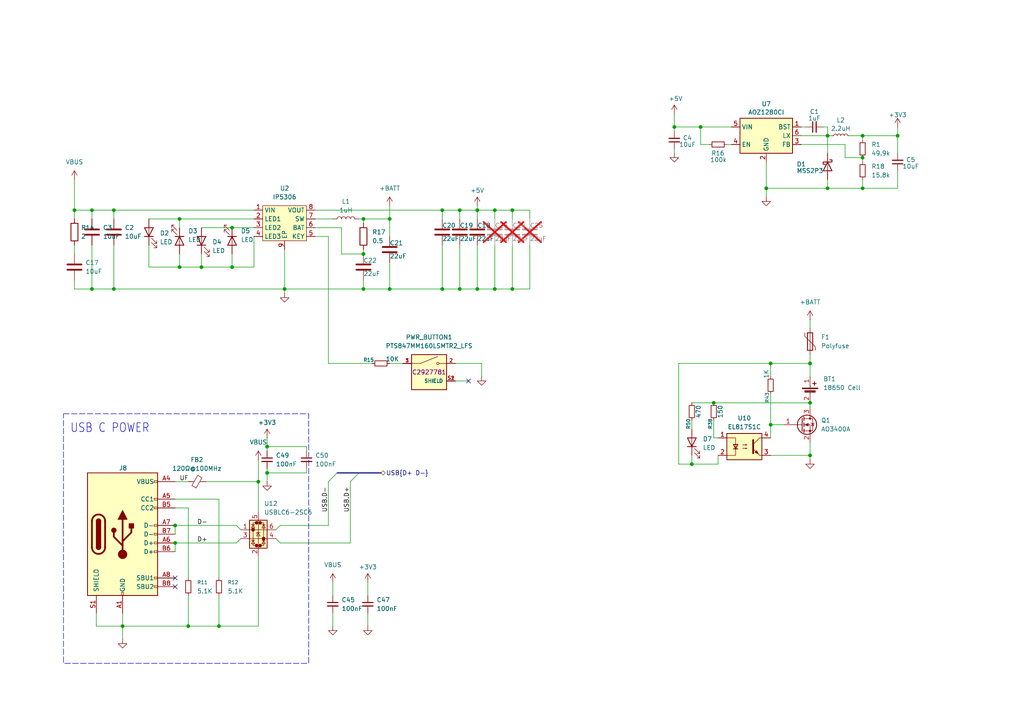
<source format=kicad_sch>
(kicad_sch (version 20250114) (generator "eeschema") (generator_version "9.0")
  (paper "A4")
  (lib_symbols
    (symbol "BH-18650-B1BA002:BH-18650-B1BA002" (pin_names (offset 1.016))
      (property "Reference" "BT" (at -3.81 3.81 0))
      (property "Value" "BH-18650-B1BA002" (at -3.81 -5.08 0))
      (symbol "BH-18650-B1BA002_1_1"
        (pin passive line (at 0 3.81 270) (length 2.54) (name "+") (number "1"))
        (pin passive line (at 0 -3.81 90) (length 2.54) (name "-") (number "2"))
      )
    )
    (symbol "Connector:USB_C_Receptacle_USB2.0_16P" (pin_names (offset 1.016))
      (property "Reference" "J" (at 0 22.225 0))
      (property "Value" "USB_C_Receptacle_USB2.0_16P" (at 0 19.685 0))
      (symbol "USB_C_Receptacle_USB2.0_16P_1_1"
        (pin passive line (at -7.62 -22.86 90) (length 5.08) (name "SHIELD") (number "S1"))
        (pin passive line (at 0 -22.86 90) (length 5.08) (name "GND") (number "A1"))
        (pin passive line (at 0 -22.86 90) (length 5.08) (hide yes) (name "GND") (number "A12"))
        (pin passive line (at 0 -22.86 90) (length 5.08) (hide yes) (name "GND") (number "B1"))
        (pin passive line (at 0 -22.86 90) (length 5.08) (hide yes) (name "GND") (number "B12"))
        (pin passive line (at 15.24 15.24 180) (length 5.08) (name "VBUS") (number "A4"))
        (pin passive line (at 15.24 15.24 180) (length 5.08) (hide yes) (name "VBUS") (number "A9"))
        (pin passive line (at 15.24 15.24 180) (length 5.08) (hide yes) (name "VBUS") (number "B4"))
        (pin passive line (at 15.24 15.24 180) (length 5.08) (hide yes) (name "VBUS") (number "B9"))
        (pin bidirectional line (at 15.24 10.16 180) (length 5.08) (name "CC1") (number "A5"))
        (pin bidirectional line (at 15.24 7.62 180) (length 5.08) (name "CC2") (number "B5"))
        (pin bidirectional line (at 15.24 2.54 180) (length 5.08) (name "D-") (number "A7"))
        (pin bidirectional line (at 15.24 0 180) (length 5.08) (name "D-") (number "B7"))
        (pin bidirectional line (at 15.24 -2.54 180) (length 5.08) (name "D+") (number "A6"))
        (pin bidirectional line (at 15.24 -5.08 180) (length 5.08) (name "D+") (number "B6"))
        (pin bidirectional line (at 15.24 -12.7 180) (length 5.08) (name "SBU1") (number "A8"))
        (pin bidirectional line (at 15.24 -15.24 180) (length 5.08) (name "SBU2") (number "B8"))
      )
    )
    (symbol "Device:C" (pin_numbers (hide yes)) (pin_names (offset 0.254))
      (property "Reference" "C" (at 0.635 2.54 0))
      (property "Value" "C" (at 0.635 -2.54 0))
      (symbol "C_1_1"
        (pin passive line (at 0 3.81 270) (length 2.794) (name "~") (number "1"))
        (pin passive line (at 0 -3.81 90) (length 2.794) (name "~") (number "2"))
      )
    )
    (symbol "Device:C_Small" (pin_numbers (hide yes)) (pin_names (offset 0.254) (hide yes))
      (property "Reference" "C" (at 0.254 1.778 0))
      (property "Value" "C_Small" (at 0.254 -2.032 0))
      (symbol "C_Small_1_1"
        (pin passive line (at 0 2.54 270) (length 2.032) (name "~") (number "1"))
        (pin passive line (at 0 -2.54 90) (length 2.032) (name "~") (number "2"))
      )
    )
    (symbol "Device:D_Schottky" (pin_numbers (hide yes)) (pin_names (offset 1.016) (hide yes))
      (property "Reference" "D" (at 0 2.54 0))
      (property "Value" "D_Schottky" (at 0 -2.54 0))
      (symbol "D_Schottky_1_1"
        (pin passive line (at -3.81 0 0) (length 2.54) (name "K") (number "1"))
        (pin passive line (at 3.81 0 180) (length 2.54) (name "A") (number "2"))
      )
    )
    (symbol "Device:FerriteBead_Small" (pin_numbers (hide yes)) (pin_names (offset 0))
      (property "Reference" "FB" (at 1.905 1.27 0))
      (property "Value" "FerriteBead_Small" (at 1.905 -1.27 0))
      (symbol "FerriteBead_Small_1_1"
        (pin passive line (at 0 2.54 270) (length 1.27) (name "~") (number "1"))
        (pin passive line (at 0 -2.54 90) (length 1.27) (name "~") (number "2"))
      )
    )
    (symbol "Device:L" (pin_numbers (hide yes)) (pin_names (offset 1.016) (hide yes))
      (property "Reference" "L" (at -1.27 0 90))
      (property "Value" "L" (at 1.905 0 90))
      (symbol "L_1_1"
        (pin passive line (at 0 3.81 270) (length 1.27) (name "1") (number "1"))
        (pin passive line (at 0 -3.81 90) (length 1.27) (name "2") (number "2"))
      )
    )
    (symbol "Device:LED" (pin_numbers (hide yes)) (pin_names (offset 1.016) (hide yes))
      (property "Reference" "D" (at 0 2.54 0))
      (property "Value" "LED" (at 0 -2.54 0))
      (symbol "LED_1_1"
        (pin passive line (at -3.81 0 0) (length 2.54) (name "K") (number "1"))
        (pin passive line (at 3.81 0 180) (length 2.54) (name "A") (number "2"))
      )
    )
    (symbol "Device:L_Small" (pin_numbers (hide yes)) (pin_names (offset 0.254) (hide yes))
      (property "Reference" "L" (at 0.762 1.016 0))
      (property "Value" "L_Small" (at 0.762 -1.016 0))
      (symbol "L_Small_1_1"
        (pin passive line (at 0 2.54 270) (length 0.508) (name "~") (number "1"))
        (pin passive line (at 0 -2.54 90) (length 0.508) (name "~") (number "2"))
      )
    )
    (symbol "Device:Polyfuse" (pin_numbers (hide yes)) (pin_names (offset 0))
      (property "Reference" "F" (at -2.54 0 90))
      (property "Value" "Polyfuse" (at 2.54 0 90))
      (symbol "Polyfuse_1_1"
        (pin passive line (at 0 3.81 270) (length 1.27) (name "~") (number "1"))
        (pin passive line (at 0 -3.81 90) (length 1.27) (name "~") (number "2"))
      )
    )
    (symbol "Device:R" (pin_numbers (hide yes)) (pin_names (offset 0))
      (property "Reference" "R" (at 2.032 0 90))
      (property "Value" "R" (at 0 0 90))
      (symbol "R_1_1"
        (pin passive line (at 0 3.81 270) (length 1.27) (name "~") (number "1"))
        (pin passive line (at 0 -3.81 90) (length 1.27) (name "~") (number "2"))
      )
    )
    (symbol "Device:R_Small" (pin_numbers (hide yes)) (pin_names (offset 0.254) (hide yes))
      (property "Reference" "R" (at 0 0 90))
      (property "Value" "R_Small" (at 1.778 0 90))
      (symbol "R_Small_1_1"
        (pin passive line (at 0 2.54 270) (length 0.762) (name "~") (number "1"))
        (pin passive line (at 0 -2.54 90) (length 0.762) (name "~") (number "2"))
      )
    )
    (symbol "IP5306:IP5306"
      (property "Reference" "U" (at -4.445 5.08 0))
      (property "Value" "IP5306" (at 3.175 5.08 0))
      (symbol "IP5306_1_1"
        (pin input line (at -8.89 2.54 0) (length 2.54) (name "VIN") (number "1"))
        (pin input line (at -8.89 0 0) (length 2.54) (name "LED1") (number "2"))
        (pin input line (at -8.89 -2.54 0) (length 2.54) (name "LED2") (number "3"))
        (pin input line (at -8.89 -5.08 0) (length 2.54) (name "LED3") (number "4"))
        (pin input line (at 0 -8.89 90) (length 2.54) (name "EP") (number "9"))
        (pin input line (at 8.89 2.54 180) (length 2.54) (name "VOUT") (number "8"))
        (pin input line (at 8.89 0 180) (length 2.54) (name "SW") (number "7"))
        (pin input line (at 8.89 -2.54 180) (length 2.54) (name "BAT") (number "6"))
        (pin input line (at 8.89 -5.08 180) (length 2.54) (name "KEY") (number "5"))
      )
    )
    (symbol "Isolator:EL817" (pin_names (offset 1.016))
      (property "Reference" "U" (at -5.08 5.08 0))
      (property "Value" "EL817" (at 0 5.08 0))
      (symbol "EL817_1_1"
        (pin passive line (at -7.62 2.54 0) (length 2.54) (name "~") (number "1"))
        (pin passive line (at -7.62 -2.54 0) (length 2.54) (name "~") (number "2"))
        (pin passive line (at 7.62 2.54 180) (length 2.54) (name "~") (number "4"))
        (pin passive line (at 7.62 -2.54 180) (length 2.54) (name "~") (number "3"))
      )
    )
    (symbol "PTS847MM160LSMTR2_LFS:PTS847MM160LSMTR2_LFS" (pin_names (offset 1.016))
      (property "Reference" "S" (at -5.08 5.969 0))
      (property "Value" "PTS847MM160LSMTR2_LFS" (at -5.08 -7.62 0))
      (symbol "PTS847MM160LSMTR2_LFS_0_0"
        (pin passive line (at -7.62 2.54 0) (length 2.54) (name "~") (number "1"))
        (pin passive line (at -7.62 2.54 0) (length 2.54) (name "~") (number "3"))
        (pin passive line (at 7.62 2.54 180) (length 2.54) (name "~") (number "2"))
        (pin passive line (at 7.62 -2.54 180) (length 2.54) (name "SHIELD") (number "S1"))
        (pin passive line (at 7.62 -2.54 180) (length 2.54) (name "SHIELD") (number "S2"))
      )
    )
    (symbol "Power_Protection:USBLC6-2SC6" (pin_names (hide yes))
      (property "Reference" "U" (at 0.635 5.715 0))
      (property "Value" "USBLC6-2SC6" (at 0.635 3.81 0))
      (symbol "USBLC6-2SC6_1_1"
        (pin passive line (at -5.08 0 0) (length 2.54) (name "I/O1") (number "1"))
        (pin passive line (at -5.08 -2.54 0) (length 2.54) (name "I/O2") (number "3"))
        (pin passive line (at 0 5.08 270) (length 2.54) (name "VBUS") (number "5"))
        (pin passive line (at 0 -7.62 90) (length 2.54) (name "GND") (number "2"))
        (pin passive line (at 5.08 0 180) (length 2.54) (name "I/O1") (number "6"))
        (pin passive line (at 5.08 -2.54 180) (length 2.54) (name "I/O2") (number "4"))
      )
    )
    (symbol "Regulator_Switching:AOZ1280CI"
      (property "Reference" "U" (at -6.35 -6.35 0))
      (property "Value" "AOZ1280CI" (at -2.54 6.35 0))
      (symbol "AOZ1280CI_1_1"
        (pin power_in line (at -10.16 2.54 0) (length 2.54) (name "VIN") (number "5"))
        (pin input line (at -10.16 -2.54 0) (length 2.54) (name "EN") (number "4"))
        (pin power_in line (at 0 -7.62 90) (length 2.54) (name "GND") (number "2"))
        (pin input line (at 10.16 2.54 180) (length 2.54) (name "BST") (number "1"))
        (pin power_out line (at 10.16 0 180) (length 2.54) (name "LX") (number "6"))
        (pin input line (at 10.16 -2.54 180) (length 2.54) (name "FB") (number "3"))
      )
    )
    (symbol "Transistor_FET:AO3400A" (pin_names (hide yes))
      (property "Reference" "Q" (at 5.08 1.905 0))
      (property "Value" "AO3400A" (at 5.08 0 0))
      (symbol "AO3400A_1_1"
        (pin input line (at -5.08 0 0) (length 2.54) (name "G") (number "1"))
        (pin passive line (at 2.54 5.08 270) (length 2.54) (name "D") (number "3"))
        (pin passive line (at 2.54 -5.08 90) (length 2.54) (name "S") (number "2"))
      )
    )
    (symbol "power:+3V3" (power) (pin_numbers (hide yes)) (pin_names (offset 0) (hide yes))
      (property "Value" "+3V3" (at 0 3.556 0))
      (symbol "+3V3_1_1"
        (pin power_in line (at 0 0 90) (length 0) (name "~") (number "1"))
      )
    )
    (symbol "power:+5V" (power) (pin_numbers (hide yes)) (pin_names (offset 0) (hide yes))
      (property "Value" "+5V" (at 0 3.556 0))
      (symbol "+5V_1_1"
        (pin power_in line (at 0 0 90) (length 0) (name "~") (number "1"))
      )
    )
    (symbol "power:+BATT" (power) (pin_numbers (hide yes)) (pin_names (offset 0) (hide yes))
      (property "Value" "+BATT" (at 0 3.556 0))
      (symbol "+BATT_1_1"
        (pin power_in line (at 0 0 90) (length 0) (name "~") (number "1"))
      )
    )
    (symbol "power:GND" (power) (pin_numbers (hide yes)) (pin_names (offset 0) (hide yes))
      (property "Value" "GND" (at 0 -3.81 0))
      (symbol "GND_1_1"
        (pin power_in line (at 0 0 270) (length 0) (name "~") (number "1"))
      )
    )
    (symbol "power:VBUS" (power) (pin_numbers (hide yes)) (pin_names (offset 0) (hide yes))
      (property "Value" "VBUS" (at 0 3.556 0))
      (symbol "VBUS_1_1"
        (pin power_in line (at 0 0 90) (length 0) (name "~") (number "1"))
      )
    )
  )
  (rectangle (start 18.415 120.015) (end 89.535 192.405) (stroke (width 0) (type dash)))
  (text "USB C POWER" (at 20.32 125.73 0) (effects (font (size 2.54 2.159)) (justify left bottom)))
  (junction (at 105.41 73.66))
  (junction (at 77.47 129.54))
  (junction (at 50.8 152.4))
  (junction (at 74.93 139.7))
  (junction (at 52.07 77.47))
  (junction (at 33.02 83.82))
  (junction (at 35.56 181.61))
  (junction (at 58.42 77.47))
  (junction (at 223.52 123.19))
  (junction (at 207.01 116.84))
  (junction (at 105.41 83.82))
  (junction (at 234.95 116.84))
  (junction (at 128.27 83.82))
  (junction (at 77.47 137.16))
  (junction (at 240.03 54.61))
  (junction (at 223.52 105.41))
  (junction (at 250.19 54.61))
  (junction (at 260.35 39.37))
  (junction (at 52.07 63.5))
  (junction (at 143.51 83.82))
  (junction (at 133.35 83.82))
  (junction (at 113.03 63.5))
  (junction (at 234.95 132.08))
  (junction (at 195.58 36.83))
  (junction (at 67.31 66.04))
  (junction (at 21.59 60.96))
  (junction (at 128.27 60.96))
  (junction (at 105.41 63.5))
  (junction (at 26.67 83.82))
  (junction (at 222.25 54.61))
  (junction (at 203.2 36.83))
  (junction (at 63.5 181.61))
  (junction (at 133.35 60.96))
  (junction (at 200.66 134.62))
  (junction (at 250.19 39.37))
  (junction (at 82.55 83.82))
  (junction (at 250.19 45.72))
  (junction (at 50.8 157.48))
  (junction (at 148.59 60.96))
  (junction (at 240.03 39.37))
  (junction (at 148.59 83.82))
  (junction (at 54.61 181.61))
  (junction (at 138.43 83.82))
  (junction (at 67.31 77.47))
  (junction (at 33.02 60.96))
  (junction (at 234.95 105.41))
  (junction (at 26.67 60.96))
  (junction (at 138.43 60.96))
  (junction (at 113.03 83.82))
  (junction (at 143.51 60.96))
  (no_connect (at 50.8 167.64))
  (no_connect (at 135.89 110.49))
  (no_connect (at 50.8 170.18))
  (bus_entry (at 101.6 139.7) (size 2.54 -2.54))
  (bus_entry (at 95.25 139.7) (size 2.54 -2.54))
  (wire (pts (xy 91.44 60.96) (xy 128.27 60.96)))
  (wire (pts (xy 113.03 76.2) (xy 113.03 83.82)))
  (wire (pts (xy 52.07 66.04) (xy 52.07 63.5)))
  (wire (pts (xy 250.19 52.07) (xy 250.19 54.61)))
  (wire (pts (xy 58.42 77.47) (xy 52.07 77.47)))
  (wire (pts (xy 223.52 114.3) (xy 223.52 123.19)))
  (wire (pts (xy 113.03 105.41) (xy 116.84 105.41)))
  (wire (pts (xy 200.66 121.92) (xy 200.66 124.46)))
  (wire (pts (xy 74.93 139.7) (xy 74.93 148.59)))
  (wire (pts (xy 113.03 83.82) (xy 105.41 83.82)))
  (wire (pts (xy 43.18 71.12) (xy 43.18 77.47)))
  (wire (pts (xy 240.03 36.83) (xy 238.76 36.83)))
  (wire (pts (xy 233.68 36.83) (xy 232.41 36.83)))
  (wire (pts (xy 88.9 129.54) (xy 88.9 130.81)))
  (wire (pts (xy 128.27 83.82) (xy 113.03 83.82)))
  (wire (pts (xy 21.59 60.96) (xy 26.67 60.96)))
  (wire (pts (xy 153.67 71.12) (xy 153.67 83.82)))
  (wire (pts (xy 234.95 116.84) (xy 234.95 118.11)))
  (wire (pts (xy 148.59 83.82) (xy 143.51 83.82)))
  (wire (pts (xy 195.58 43.18) (xy 195.58 44.45)))
  (wire (pts (xy 234.95 128.27) (xy 234.95 132.08)))
  (wire (pts (xy 105.41 63.5) (xy 105.41 64.77)))
  (wire (pts (xy 54.61 181.61) (xy 35.56 181.61)))
  (wire (pts (xy 138.43 59.69) (xy 138.43 60.96)))
  (wire (pts (xy 138.43 83.82) (xy 133.35 83.82)))
  (wire (pts (xy 128.27 60.96) (xy 128.27 63.5)))
  (wire (pts (xy 148.59 60.96) (xy 148.59 63.5)))
  (wire (pts (xy 58.42 73.66) (xy 58.42 77.47)))
  (wire (pts (xy 208.28 127) (xy 207.01 127)))
  (wire (pts (xy 240.03 36.83) (xy 240.03 39.37)))
  (wire (pts (xy 105.41 81.28) (xy 105.41 83.82)))
  (wire (pts (xy 250.19 54.61) (xy 240.03 54.61)))
  (wire (pts (xy 81.28 152.4) (xy 95.25 152.4)))
  (wire (pts (xy 260.35 49.53) (xy 260.35 54.61)))
  (wire (pts (xy 143.51 60.96) (xy 138.43 60.96)))
  (bus (pts (xy 104.14 137.16) (xy 110.49 137.16)))
  (wire (pts (xy 106.68 177.8) (xy 106.68 181.61)))
  (wire (pts (xy 245.11 41.91) (xy 245.11 45.72)))
  (wire (pts (xy 54.61 172.72) (xy 54.61 181.61)))
  (wire (pts (xy 245.11 45.72) (xy 250.19 45.72)))
  (wire (pts (xy 133.35 60.96) (xy 133.35 63.5)))
  (wire (pts (xy 196.85 105.41) (xy 223.52 105.41)))
  (wire (pts (xy 50.8 157.48) (xy 68.58 157.48)))
  (wire (pts (xy 67.31 77.47) (xy 67.31 73.66)))
  (wire (pts (xy 143.51 71.12) (xy 143.51 83.82)))
  (wire (pts (xy 35.56 177.8) (xy 35.56 181.61)))
  (wire (pts (xy 50.8 139.7) (xy 54.61 139.7)))
  (wire (pts (xy 234.95 133.35) (xy 234.95 132.08)))
  (wire (pts (xy 95.25 105.41) (xy 107.95 105.41)))
  (wire (pts (xy 196.85 134.62) (xy 196.85 105.41)))
  (wire (pts (xy 77.47 137.16) (xy 88.9 137.16)))
  (wire (pts (xy 82.55 72.39) (xy 82.55 83.82)))
  (wire (pts (xy 59.69 139.7) (xy 74.93 139.7)))
  (wire (pts (xy 35.56 181.61) (xy 35.56 185.42)))
  (wire (pts (xy 99.06 66.04) (xy 91.44 66.04)))
  (bus (pts (xy 97.79 137.16) (xy 104.14 137.16)))
  (wire (pts (xy 81.28 157.48) (xy 101.6 157.48)))
  (wire (pts (xy 260.35 36.83) (xy 260.35 39.37)))
  (wire (pts (xy 223.52 105.41) (xy 234.95 105.41)))
  (wire (pts (xy 67.31 77.47) (xy 73.66 77.47)))
  (wire (pts (xy 132.08 110.49) (xy 135.89 110.49)))
  (wire (pts (xy 58.42 66.04) (xy 67.31 66.04)))
  (wire (pts (xy 77.47 137.16) (xy 77.47 139.7)))
  (wire (pts (xy 148.59 71.12) (xy 148.59 83.82)))
  (wire (pts (xy 50.8 144.78) (xy 63.5 144.78)))
  (wire (pts (xy 88.9 137.16) (xy 88.9 135.89)))
  (wire (pts (xy 21.59 81.28) (xy 21.59 83.82)))
  (wire (pts (xy 73.66 63.5) (xy 52.07 63.5)))
  (wire (pts (xy 153.67 83.82) (xy 148.59 83.82)))
  (wire (pts (xy 132.08 105.41) (xy 139.7 105.41)))
  (wire (pts (xy 223.52 123.19) (xy 223.52 127)))
  (wire (pts (xy 67.31 66.04) (xy 73.66 66.04)))
  (wire (pts (xy 200.66 134.62) (xy 200.66 132.08)))
  (wire (pts (xy 43.18 77.47) (xy 52.07 77.47)))
  (wire (pts (xy 35.56 181.61) (xy 27.94 181.61)))
  (wire (pts (xy 73.66 77.47) (xy 73.66 68.58)))
  (wire (pts (xy 95.25 139.7) (xy 95.25 152.4)))
  (wire (pts (xy 240.03 39.37) (xy 241.3 39.37)))
  (wire (pts (xy 21.59 71.12) (xy 21.59 73.66)))
  (wire (pts (xy 74.93 161.29) (xy 74.93 181.61)))
  (wire (pts (xy 21.59 83.82) (xy 26.67 83.82)))
  (wire (pts (xy 200.66 116.84) (xy 207.01 116.84)))
  (wire (pts (xy 105.41 73.66) (xy 99.06 73.66)))
  (wire (pts (xy 222.25 54.61) (xy 222.25 57.15)))
  (wire (pts (xy 200.66 134.62) (xy 196.85 134.62)))
  (wire (pts (xy 50.8 157.48) (xy 50.8 160.02)))
  (wire (pts (xy 33.02 71.12) (xy 33.02 83.82)))
  (wire (pts (xy 195.58 33.02) (xy 195.58 36.83)))
  (wire (pts (xy 203.2 36.83) (xy 195.58 36.83)))
  (wire (pts (xy 260.35 44.45) (xy 260.35 39.37)))
  (wire (pts (xy 54.61 147.32) (xy 54.61 167.64)))
  (wire (pts (xy 250.19 45.72) (xy 250.19 46.99)))
  (wire (pts (xy 133.35 71.12) (xy 133.35 83.82)))
  (wire (pts (xy 203.2 41.91) (xy 205.74 41.91)))
  (wire (pts (xy 81.28 152.4) (xy 80.01 153.67)))
  (wire (pts (xy 33.02 83.82) (xy 82.55 83.82)))
  (wire (pts (xy 208.28 134.62) (xy 200.66 134.62)))
  (wire (pts (xy 232.41 41.91) (xy 245.11 41.91)))
  (wire (pts (xy 133.35 60.96) (xy 138.43 60.96)))
  (wire (pts (xy 153.67 60.96) (xy 148.59 60.96)))
  (wire (pts (xy 33.02 60.96) (xy 33.02 63.5)))
  (wire (pts (xy 77.47 135.89) (xy 77.47 137.16)))
  (wire (pts (xy 50.8 147.32) (xy 54.61 147.32)))
  (wire (pts (xy 128.27 60.96) (xy 133.35 60.96)))
  (wire (pts (xy 52.07 77.47) (xy 52.07 73.66)))
  (wire (pts (xy 139.7 105.41) (xy 139.7 109.22)))
  (wire (pts (xy 26.67 60.96) (xy 33.02 60.96)))
  (wire (pts (xy 105.41 63.5) (xy 113.03 63.5)))
  (wire (pts (xy 26.67 83.82) (xy 33.02 83.82)))
  (wire (pts (xy 133.35 83.82) (xy 128.27 83.82)))
  (wire (pts (xy 234.95 92.71) (xy 234.95 95.25)))
  (wire (pts (xy 68.58 157.48) (xy 69.85 156.21)))
  (wire (pts (xy 80.01 156.21) (xy 81.28 157.48)))
  (wire (pts (xy 101.6 139.7) (xy 101.6 157.48)))
  (wire (pts (xy 128.27 71.12) (xy 128.27 83.82)))
  (wire (pts (xy 104.14 63.5) (xy 105.41 63.5)))
  (wire (pts (xy 153.67 63.5) (xy 153.67 60.96)))
  (wire (pts (xy 82.55 83.82) (xy 82.55 85.09)))
  (wire (pts (xy 68.58 152.4) (xy 69.85 153.67)))
  (wire (pts (xy 203.2 36.83) (xy 212.09 36.83)))
  (wire (pts (xy 21.59 52.07) (xy 21.59 60.96)))
  (wire (pts (xy 95.25 68.58) (xy 91.44 68.58)))
  (wire (pts (xy 99.06 73.66) (xy 99.06 66.04)))
  (wire (pts (xy 95.25 105.41) (xy 95.25 68.58)))
  (wire (pts (xy 74.93 133.35) (xy 74.93 139.7)))
  (wire (pts (xy 250.19 40.64) (xy 250.19 39.37)))
  (wire (pts (xy 232.41 39.37) (xy 240.03 39.37)))
  (wire (pts (xy 240.03 39.37) (xy 240.03 44.45)))
  (wire (pts (xy 50.8 152.4) (xy 50.8 154.94)))
  (wire (pts (xy 106.68 168.91) (xy 106.68 172.72)))
  (wire (pts (xy 21.59 60.96) (xy 21.59 63.5)))
  (wire (pts (xy 148.59 60.96) (xy 143.51 60.96)))
  (wire (pts (xy 138.43 71.12) (xy 138.43 83.82)))
  (wire (pts (xy 105.41 83.82) (xy 82.55 83.82)))
  (wire (pts (xy 207.01 121.92) (xy 207.01 127)))
  (wire (pts (xy 240.03 52.07) (xy 240.03 54.61)))
  (wire (pts (xy 203.2 36.83) (xy 203.2 41.91)))
  (wire (pts (xy 113.03 63.5) (xy 113.03 68.58)))
  (wire (pts (xy 105.41 72.39) (xy 105.41 73.66)))
  (wire (pts (xy 113.03 59.69) (xy 113.03 63.5)))
  (wire (pts (xy 195.58 36.83) (xy 195.58 38.1)))
  (wire (pts (xy 234.95 102.87) (xy 234.95 105.41)))
  (wire (pts (xy 234.95 105.41) (xy 234.95 109.22)))
  (wire (pts (xy 223.52 132.08) (xy 234.95 132.08)))
  (wire (pts (xy 63.5 181.61) (xy 74.93 181.61)))
  (wire (pts (xy 33.02 60.96) (xy 73.66 60.96)))
  (wire (pts (xy 240.03 54.61) (xy 222.25 54.61)))
  (wire (pts (xy 27.94 177.8) (xy 27.94 181.61)))
  (wire (pts (xy 223.52 105.41) (xy 223.52 109.22)))
  (wire (pts (xy 210.82 41.91) (xy 212.09 41.91)))
  (wire (pts (xy 96.52 177.8) (xy 96.52 181.61)))
  (wire (pts (xy 50.8 152.4) (xy 68.58 152.4)))
  (wire (pts (xy 143.51 83.82) (xy 138.43 83.82)))
  (wire (pts (xy 52.07 63.5) (xy 43.18 63.5)))
  (wire (pts (xy 91.44 63.5) (xy 96.52 63.5)))
  (wire (pts (xy 138.43 60.96) (xy 138.43 63.5)))
  (wire (pts (xy 63.5 144.78) (xy 63.5 167.64)))
  (wire (pts (xy 207.01 116.84) (xy 234.95 116.84)))
  (wire (pts (xy 227.33 123.19) (xy 223.52 123.19)))
  (wire (pts (xy 63.5 172.72) (xy 63.5 181.61)))
  (wire (pts (xy 96.52 168.91) (xy 96.52 172.72)))
  (wire (pts (xy 54.61 181.61) (xy 63.5 181.61)))
  (wire (pts (xy 26.67 60.96) (xy 26.67 63.5)))
  (wire (pts (xy 58.42 77.47) (xy 67.31 77.47)))
  (wire (pts (xy 222.25 54.61) (xy 222.25 46.99)))
  (wire (pts (xy 77.47 129.54) (xy 77.47 130.81)))
  (wire (pts (xy 208.28 132.08) (xy 208.28 134.62)))
  (wire (pts (xy 143.51 60.96) (xy 143.51 63.5)))
  (wire (pts (xy 77.47 129.54) (xy 88.9 129.54)))
  (wire (pts (xy 260.35 54.61) (xy 250.19 54.61)))
  (wire (pts (xy 250.19 39.37) (xy 260.35 39.37)))
  (wire (pts (xy 77.47 127) (xy 77.47 129.54)))
  (wire (pts (xy 246.38 39.37) (xy 250.19 39.37)))
  (wire (pts (xy 26.67 71.12) (xy 26.67 83.82)))
  (label "D-" (at 57.15 152.4 0))
  (label "USB.D-" (at 95.25 148.59 90))
  (label "UF" (at 52.07 139.7 0))
  (label "USB.D+" (at 101.6 148.59 90))
  (label "D+" (at 57.15 157.48 0))
  (hierarchical_label "USB{D+ D-}" (shape bidirectional) (at 110.49 137.16 0))
  (symbol (lib_id "power:+3V3") (at 77.47 127 0) (unit 1)
    (property "Reference" "#PWR056" (effects (hide yes)))
    (property "Value" "+3V3" (at 77.47 122.555 0))
    (property "Description" "Power symbol creates a global label with name \"+3V3\"" (effects (hide yes)))
  )
  (symbol (lib_id "power:VBUS") (at 96.52 168.91 0) (unit 1)
    (property "Reference" "#PWR016" (effects (hide yes)))
    (property "Value" "VBUS" (at 96.52 163.83 0))
    (property "Description" "Power symbol creates a global label with name \"VBUS\"" (effects (hide yes)))
  )
  (symbol (lib_id "Device:LED") (at 58.42 69.85 90) (unit 1)
    (property "Reference" "D4" (at 61.595 70.1674 90) (effects (justify right)))
    (property "Value" "LED" (at 61.595 72.7074 90) (effects (justify right)))
    (property "Footprint" "Diode_SMD:D_0603_1608Metric" (effects (hide yes)))
    (property "Description" "Light emitting diode" (effects (hide yes)))
    (property "Sim.Pins" "1=K 2=A" (effects (hide yes)))
    (property "LCSC" "C2286" (effects (hide yes)))
  )
  (symbol (lib_id "Regulator_Switching:AOZ1280CI") (at 222.25 39.37 0) (unit 1)
    (property "Reference" "U7" (at 222.25 30.1457 0))
    (property "Value" "AOZ1280CI" (at 222.25 32.5699 0))
    (property "Footprint" "Package_TO_SOT_SMD:SOT-23-6" (effects (hide yes)))
    (property "Datasheet" "http://aosmd.com/res/data_sheets/AOZ1280CI.pdf" (effects (hide yes)))
    (property "MPN" "AOZ1280CI" (effects (hide yes)))
  )
  (symbol (lib_id "power:+5V") (at 195.58 33.02 0) (unit 1)
    (property "Reference" "#PWR047" (effects (hide yes)))
    (property "Value" "+5V" (at 195.961 28.6258 0))
  )
  (symbol (lib_id "Device:R_Small") (at 54.61 170.18 0) (unit 1)
    (property "Reference" "R11" (at 57.15 168.9099 0) (effects (font (size 1.016 1.016)) (justify left)))
    (property "Value" "5.1K" (at 57.15 171.4499 0) (effects (justify left)))
    (property "Footprint" "Resistor_SMD:R_0402_1005Metric" (effects (hide yes)))
    (property "Description" "Resistor, small symbol" (effects (hide yes)))
    (property "LCSC" "C25905" (effects (hide yes)))
  )
  (symbol (lib_id "Device:C_Small") (at 195.58 40.64 180) (unit 1)
    (property "Reference" "C4" (at 199.39 40.005 0))
    (property "Value" "10uF" (at 199.39 41.91 0))
    (property "Footprint" "Capacitor_SMD:C_0603_1608Metric" (effects (hide yes)))
    (property "MPN" "GRM188R61E106KA73J" (effects (hide yes)))
  )
  (symbol (lib_id "power:GND") (at 35.56 185.42 0) (unit 1)
    (property "Reference" "#PWR011" (effects (hide yes)))
    (property "Value" "GND" (effects (hide yes)))
    (property "Description" "Power symbol creates a global label with name \"GND\" , ground" (effects (hide yes)))
  )
  (symbol (lib_id "Connector:USB_C_Receptacle_USB2.0_16P") (at 35.56 154.94 0) (unit 1)
    (property "Reference" "J8" (at 35.687 135.763 0))
    (property "Value" "USB_C_Receptacle_USB2.0_16P" (effects (hide yes)))
    (property "Footprint" "Connector_USB:USB_C_Receptacle_HRO_TYPE-C-31-M-12" (effects (hide yes)))
    (property "Datasheet" "https://www.usb.org/sites/default/files/documents/usb_type-c.zip" (effects (hide yes)))
    (property "Description" "USB 2.0-only 16P Type-C Receptacle connector" (effects (hide yes)))
    (property "LCSC" "C165948" (effects (hide yes)))
  )
  (symbol (lib_id "Device:C") (at 113.03 72.39 0) (unit 1)
    (property "Reference" "C21" (at 113.03 70.485 0) (effects (justify left)))
    (property "Value" "22uF" (at 113.03 74.295 0) (effects (justify left)))
    (property "Footprint" "Capacitor_SMD:C_0603_1608Metric" (effects (hide yes)))
    (property "Description" "Unpolarized capacitor" (effects (hide yes)))
    (property "LCSC" "C59461" (effects (hide yes)))
  )
  (symbol (lib_id "power:+5V") (at 260.35 36.83 0) (unit 1)
    (property "Reference" "#PWR048" (effects (hide yes)))
    (property "Value" "+3V3" (at 260.35 33.3281 0))
  )
  (symbol (lib_id "power:+BATT") (at 113.03 59.69 0) (unit 1)
    (property "Reference" "#PWR027" (effects (hide yes)))
    (property "Value" "+BATT" (at 113.03 54.61 0))
    (property "Description" "Power symbol creates a global label with name \"+BATT\"" (effects (hide yes)))
  )
  (symbol (lib_id "Device:LED") (at 67.31 69.85 270) (unit 1)
    (property "Reference" "D5" (at 69.85 66.9924 90) (effects (justify left)))
    (property "Value" "LED" (at 69.85 69.5324 90) (effects (justify left)))
    (property "Footprint" "Diode_SMD:D_0603_1608Metric" (effects (hide yes)))
    (property "Description" "Light emitting diode" (effects (hide yes)))
    (property "Sim.Pins" "1=K 2=A" (effects (hide yes)))
    (property "LCSC" "C2286" (effects (hide yes)))
  )
  (symbol (lib_id "Device:LED") (at 200.66 128.27 90) (unit 1)
    (property "Reference" "D7" (at 203.835 127.3174 90) (effects (justify right)))
    (property "Value" "LED" (at 203.835 129.8574 90) (effects (justify right)))
    (property "Footprint" "LED_SMD:LED_0603_1608Metric" (effects (hide yes)))
    (property "Description" "Light emitting diode" (effects (hide yes)))
    (property "Sim.Pins" "1=K 2=A" (effects (hide yes)))
    (property "LCSC" "C2286" (effects (hide yes)))
  )
  (symbol (lib_id "Device:R_Small") (at 250.19 43.18 180) (unit 1)
    (property "Reference" "R1" (at 252.73 41.9099 0) (effects (justify right)))
    (property "Value" "49.9k" (at 252.73 44.4499 0) (effects (justify right)))
    (property "Footprint" "Resistor_SMD:R_0402_1005Metric" (effects (hide yes)))
    (property "Description" "Resistor, small symbol" (effects (hide yes)))
    (property "MPN" "RC0402FR-1349K9L" (effects (hide yes)))
  )
  (symbol (lib_id "Device:C") (at 128.27 67.31 0) (unit 1)
    (property "Reference" "C20" (at 128.27 65.405 0) (effects (justify left)))
    (property "Value" "22uF" (at 128.27 69.215 0) (effects (justify left)))
    (property "Footprint" "Capacitor_SMD:C_0603_1608Metric" (effects (hide yes)))
    (property "Description" "Unpolarized capacitor" (effects (hide yes)))
    (property "LCSC" "C59461" (effects (hide yes)))
  )
  (symbol (lib_id "power:GND") (at 96.52 181.61 0) (unit 1)
    (property "Reference" "#PWR020" (effects (hide yes)))
    (property "Value" "GND" (effects (hide yes)))
    (property "Description" "Power symbol creates a global label with name \"GND\" , ground" (effects (hide yes)))
  )
  (symbol (lib_id "IP5306:IP5306") (at 82.55 63.5 0) (unit 1)
    (property "Reference" "U2" (at 82.55 54.61 0))
    (property "Value" "IP5306" (at 82.55 57.15 0))
    (property "Footprint" "Package_SO:HSOP-8-1EP_3.9x4.9mm_P1.27mm_EP2.41x3.1mm_ThermalVias" (effects (hide yes)))
    (property "LCSC" "C181692" (effects (hide yes)))
    (property "JLCPCB_CORRECTION" "0;0;-90" (effects (hide yes)))
  )
  (symbol (lib_id "Power_Protection:USBLC6-2SC6") (at 74.93 153.67 0) (unit 1)
    (property "Reference" "U12" (at 76.5811 146.05 0) (effects (justify left)))
    (property "Value" "USBLC6-2SC6" (at 76.5811 148.59 0) (effects (justify left)))
    (property "Footprint" "Package_TO_SOT_SMD:SOT-23-6" (effects (hide yes)))
    (property "Datasheet" "https://www.st.com/resource/en/datasheet/usblc6-2.pdf" (effects (hide yes)))
    (property "Description" "Very low capacitance ESD protection diode, 2 data-line, SOT-23-6" (effects (hide yes)))
    (property "LCSC" "C7519" (effects (hide yes)))
  )
  (symbol (lib_id "PTS847MM160LSMTR2_LFS:PTS847MM160LSMTR2_LFS") (at 124.46 107.95 0) (unit 1)
    (property "Reference" "PWR_BUTTON1" (at 124.46 97.79 0))
    (property "Value" "PTS847MM160LSMTR2_LFS" (at 124.46 100.33 0))
    (property "Footprint" "PTS847MM160LSMTR2_LFS:SW_PTS847MM160SMTR2_LFS" (effects (hide yes)))
    (property "MF" "C&K" (effects (hide yes)))
    (property "MAXIMUM_PACKAGE_HEIGHT" "0.96 mm" (effects (hide yes)))
    (property "Package" "None" (effects (hide yes)))
    (property "Price" "None" (effects (hide yes)))
    (property "Check_prices" "https://www.snapeda.com/parts/PTS847MM160LSMTR2%20LFS/C%2526K/view-part/?ref=eda" (effects (hide yes)))
    (property "STANDARD" "Manufacturer Recommendations" (effects (hide yes)))
    (property "PARTREV" "B" (effects (hide yes)))
    (property "SnapEDA_Link" "https://www.snapeda.com/parts/PTS847MM160LSMTR2%20LFS/C%2526K/view-part/?ref=snap" (effects (hide yes)))
    (property "MP" "PTS847MM160LSMTR2 LFS" (effects (hide yes)))
    (property "Description_1" "Tactile Switch SPST-NO Side Actuated Edge Mount, Right Angle" (effects (hide yes)))
    (property "Availability" "Not in stock" (effects (hide yes)))
    (property "MANUFACTURER" "C&K" (effects (hide yes)))
    (property "LCSC" "C2927781" (at 124.46 107.95 0))
  )
  (symbol (lib_id "power:VBUS") (at 21.59 52.07 0) (unit 1)
    (property "Reference" "#PWR026" (effects (hide yes)))
    (property "Value" "VBUS" (at 21.59 46.99 0))
    (property "Description" "Power symbol creates a global label with name \"VBUS\"" (effects (hide yes)))
  )
  (symbol (lib_id "Device:R_Small") (at 200.66 119.38 180) (unit 1)
    (property "Reference" "R50" (at 199.644 122.936 90) (effects (font (size 1.016 1.016))))
    (property "Value" "470" (at 202.565 119.38 90))
    (property "Footprint" "Resistor_SMD:R_0402_1005Metric" (effects (hide yes)))
    (property "Description" "Resistor, small symbol" (effects (hide yes)))
    (property "LCSC" "C25117" (effects (hide yes)))
  )
  (symbol (lib_id "power:+BATT") (at 234.95 92.71 0) (unit 1)
    (property "Reference" "#PWR015" (effects (hide yes)))
    (property "Value" "+BATT" (at 234.95 87.63 0))
    (property "Description" "Power symbol creates a global label with name \"+BATT\"" (effects (hide yes)))
  )
  (symbol (lib_id "Device:C_Small") (at 96.52 175.26 0) (unit 1)
    (property "Reference" "C45" (at 99.06 173.9962 0) (effects (justify left)))
    (property "Value" "100nF" (at 99.06 176.5362 0) (effects (justify left)))
    (property "Footprint" "Capacitor_SMD:C_0402_1005Metric" (effects (hide yes)))
    (property "Description" "Unpolarized capacitor, small symbol" (effects (hide yes)))
    (property "LCSC" "C307331" (effects (hide yes)))
  )
  (symbol (lib_id "Transistor_FET:AO3400A") (at 232.41 123.19 0) (unit 1)
    (property "Reference" "Q1" (at 238.125 121.9199 0) (effects (justify left)))
    (property "Value" "AO3400A" (at 238.125 124.4599 0) (effects (justify left)))
    (property "Footprint" "Package_TO_SOT_SMD:SOT-23" (effects (hide yes)))
    (property "Datasheet" "http://www.aosmd.com/pdfs/datasheet/AO3400A.pdf" (effects (hide yes)))
    (property "Description" "30V Vds, 5.7A Id, N-Channel MOSFET, SOT-23" (effects (hide yes)))
    (property "LCSC" "C20917" (effects (hide yes)))
    (property "JLCPCB_CORRECTION" "0;0;180" (effects (hide yes)))
  )
  (symbol (lib_id "power:GND") (at 195.58 44.45 0) (unit 1)
    (property "Reference" "#PWR049" (effects (hide yes)))
    (property "Value" "GND" (effects (hide yes)))
  )
  (symbol (lib_id "Device:C") (at 105.41 77.47 0) (unit 1)
    (property "Reference" "C22" (at 105.41 75.565 0) (effects (justify left)))
    (property "Value" "22uF" (at 105.41 79.375 0) (effects (justify left)))
    (property "Footprint" "Capacitor_SMD:C_0603_1608Metric" (effects (hide yes)))
    (property "Description" "Unpolarized capacitor" (effects (hide yes)))
    (property "LCSC" "C59461" (effects (hide yes)))
  )
  (symbol (lib_id "Device:C_Small") (at 260.35 46.99 180) (unit 1)
    (property "Reference" "C5" (at 264.16 46.355 0))
    (property "Value" "10uF" (at 264.16 48.26 0))
    (property "Footprint" "Capacitor_SMD:C_0603_1608Metric" (effects (hide yes)))
    (property "MPN" "GRM188R61E106KA73J" (effects (hide yes)))
  )
  (symbol (lib_id "Device:R_Small") (at 63.5 170.18 0) (unit 1)
    (property "Reference" "R12" (at 66.04 168.9099 0) (effects (font (size 1.016 1.016)) (justify left)))
    (property "Value" "5.1K" (at 66.04 171.4499 0) (effects (justify left)))
    (property "Footprint" "Resistor_SMD:R_0402_1005Metric" (effects (hide yes)))
    (property "Description" "Resistor, small symbol" (effects (hide yes)))
    (property "LCSC" "C25905" (effects (hide yes)))
  )
  (symbol (lib_id "power:GND") (at 139.7 109.22 0) (unit 1)
    (property "Reference" "#PWR025" (effects (hide yes)))
    (property "Value" "GND" (effects (hide yes)))
    (property "Description" "Power symbol creates a global label with name \"GND\" , ground" (effects (hide yes)))
  )
  (symbol (lib_id "Device:LED") (at 43.18 67.31 90) (unit 1)
    (property "Reference" "D2" (at 46.355 67.6274 90) (effects (justify right)))
    (property "Value" "LED" (at 46.355 70.1674 90) (effects (justify right)))
    (property "Footprint" "Diode_SMD:D_0603_1608Metric" (effects (hide yes)))
    (property "Description" "Light emitting diode" (effects (hide yes)))
    (property "Sim.Pins" "1=K 2=A" (effects (hide yes)))
    (property "LCSC" "C2286" (effects (hide yes)))
  )
  (symbol (lib_id "Device:C_Small") (at 77.47 133.35 0) (unit 1)
    (property "Reference" "C49" (at 80.01 132.0862 0) (effects (justify left)))
    (property "Value" "100nF" (at 80.01 134.6262 0) (effects (justify left)))
    (property "Footprint" "Capacitor_SMD:C_0402_1005Metric" (effects (hide yes)))
    (property "Description" "Unpolarized capacitor, small symbol" (effects (hide yes)))
    (property "LCSC" "C307331" (effects (hide yes)))
  )
  (symbol (lib_id "Device:C") (at 21.59 77.47 0) (unit 1)
    (property "Reference" "C17" (at 24.765 76.1999 0) (effects (justify left)))
    (property "Value" "10uF" (at 24.765 78.7399 0) (effects (justify left)))
    (property "Footprint" "Capacitor_SMD:C_0603_1608Metric" (effects (hide yes)))
    (property "Description" "Unpolarized capacitor" (effects (hide yes)))
    (property "LCSC" "C96446" (effects (hide yes)))
  )
  (symbol (lib_id "Device:Polyfuse") (at 234.95 99.06 0) (unit 1)
    (property "Reference" "F1" (at 238.125 97.7899 0) (effects (justify left)))
    (property "Value" "Polyfuse" (at 238.125 100.3299 0) (effects (justify left)))
    (property "Footprint" "Fuse:Fuse_1206_3216Metric" (effects (hide yes)))
    (property "Description" "Resettable fuse, polymeric positive temperature coefficient" (effects (hide yes)))
    (property "LCSC" "C20988" (effects (hide yes)))
  )
  (symbol (lib_id "Device:L") (at 100.33 63.5 90) (unit 1)
    (property "Reference" "L1" (at 100.33 58.42 90))
    (property "Value" "1uH" (at 100.33 60.96 90))
    (property "Footprint" "Inductor_SMD:L_Changjiang_FXL0420" (effects (hide yes)))
    (property "Description" "Inductor" (effects (hide yes)))
    (property "LCSC" "C32712969" (effects (hide yes)))
  )
  (symbol (lib_id "Device:C") (at 26.67 67.31 0) (unit 1)
    (property "Reference" "C3" (at 29.845 66.0399 0) (effects (justify left)))
    (property "Value" "10uF" (at 29.845 68.5799 0) (effects (justify left)))
    (property "Footprint" "Capacitor_SMD:C_0603_1608Metric" (effects (hide yes)))
    (property "Description" "Unpolarized capacitor" (effects (hide yes)))
    (property "LCSC" "C96446" (effects (hide yes)))
  )
  (symbol (lib_id "Device:C") (at 138.43 67.31 0) (unit 1)
    (property "Reference" "C18" (at 138.43 65.405 0) (effects (justify left)))
    (property "Value" "22uF" (at 138.43 69.215 0) (effects (justify left)))
    (property "Footprint" "Capacitor_SMD:C_0603_1608Metric" (effects (hide yes)))
    (property "Description" "Unpolarized capacitor" (effects (hide yes)))
    (property "LCSC" "C59461" (effects (hide yes)))
  )
  (symbol (lib_id "Device:L_Small") (at 243.84 39.37 90) (unit 1)
    (property "Reference" "L2" (at 243.84 34.8469 90))
    (property "Value" "2.2uH" (at 243.84 37.2711 90))
    (property "Footprint" "Inductor_SMD:L_1008_2520Metric" (effects (hide yes)))
    (property "MPN" "DFE252012P-2R2M=P2" (effects (hide yes)))
  )
  (symbol (lib_id "BH-18650-B1BA002:BH-18650-B1BA002") (at 234.95 113.03 0) (unit 1)
    (property "Reference" "BT1" (at 238.76 109.9184 0) (effects (justify left)))
    (property "Value" "18650 Cell" (at 238.76 112.4584 0) (effects (justify left)))
    (property "Footprint" "BH-18650-B1BA002:BH-18650-B1BA002" (effects (hide yes)))
    (property "Description" "Single-cell battery" (effects (hide yes)))
    (property "Description_1" "SMT Holder for 18650 Battery" (effects (hide yes)))
    (property "LCSC" "C2988620" (effects (hide yes)))
    (property "JLCPCB_CORRECTION" "0;0;-90" (effects (hide yes)))
  )
  (symbol (lib_id "power:GND") (at 234.95 133.35 0) (unit 1)
    (property "Reference" "#PWR022" (effects (hide yes)))
    (property "Value" "GND" (effects (hide yes)))
    (property "Description" "Power symbol creates a global label with name \"GND\" , ground" (effects (hide yes)))
  )
  (symbol (lib_id "Device:C") (at 133.35 67.31 0) (unit 1)
    (property "Reference" "C19" (at 133.35 65.405 0) (effects (justify left)))
    (property "Value" "22uF" (at 133.35 69.215 0) (effects (justify left)))
    (property "Footprint" "Capacitor_SMD:C_0603_1608Metric" (effects (hide yes)))
    (property "Description" "Unpolarized capacitor" (effects (hide yes)))
    (property "LCSC" "C59461" (effects (hide yes)))
  )
  (symbol (lib_id "Device:C") (at 143.51 67.31 0) (unit 1) (dnp yes)
    (property "Reference" "C26" (at 143.51 65.405 0) (effects (justify left)))
    (property "Value" "22uF" (at 143.51 69.215 0) (effects (justify left)))
    (property "Footprint" "Capacitor_SMD:C_0603_1608Metric" (effects (hide yes)))
    (property "Description" "Unpolarized capacitor" (effects (hide yes)))
    (property "LCSC" "C59461" (effects (hide yes)))
  )
  (symbol (lib_id "Device:LED") (at 52.07 69.85 270) (unit 1)
    (property "Reference" "D3" (at 54.61 66.9924 90) (effects (justify left)))
    (property "Value" "LED" (at 54.61 69.5324 90) (effects (justify left)))
    (property "Footprint" "Diode_SMD:D_0603_1608Metric" (effects (hide yes)))
    (property "Description" "Light emitting diode" (effects (hide yes)))
    (property "Sim.Pins" "1=K 2=A" (effects (hide yes)))
    (property "LCSC" "C2286" (effects (hide yes)))
  )
  (symbol (lib_id "Device:C") (at 33.02 67.31 0) (unit 1)
    (property "Reference" "C2" (at 36.195 66.0399 0) (effects (justify left)))
    (property "Value" "10uF" (at 36.195 68.5799 0) (effects (justify left)))
    (property "Footprint" "Capacitor_SMD:C_0603_1608Metric" (effects (hide yes)))
    (property "Description" "Unpolarized capacitor" (effects (hide yes)))
    (property "LCSC" "C96446" (effects (hide yes)))
  )
  (symbol (lib_id "Device:C_Small") (at 106.68 175.26 0) (unit 1)
    (property "Reference" "C47" (at 109.22 173.9962 0) (effects (justify left)))
    (property "Value" "100nF" (at 109.22 176.5362 0) (effects (justify left)))
    (property "Footprint" "Capacitor_SMD:C_0402_1005Metric" (effects (hide yes)))
    (property "Description" "Unpolarized capacitor, small symbol" (effects (hide yes)))
    (property "LCSC" "C307331" (effects (hide yes)))
  )
  (symbol (lib_id "power:GND") (at 106.68 181.61 0) (unit 1)
    (property "Reference" "#PWR055" (effects (hide yes)))
    (property "Value" "GND" (effects (hide yes)))
    (property "Description" "Power symbol creates a global label with name \"GND\" , ground" (effects (hide yes)))
  )
  (symbol (lib_id "Device:R") (at 105.41 68.58 0) (unit 1)
    (property "Reference" "R17" (at 107.95 67.3099 0) (effects (justify left)))
    (property "Value" "0.5" (at 107.95 69.8499 0) (effects (justify left)))
    (property "Footprint" "Resistor_SMD:R_0402_1005Metric" (effects (hide yes)))
    (property "Description" "Resistor" (effects (hide yes)))
    (property "LCSC" "C332662" (effects (hide yes)))
  )
  (symbol (lib_id "power:VBUS") (at 74.93 133.35 0) (unit 1)
    (property "Reference" "#PWR012" (effects (hide yes)))
    (property "Value" "VBUS" (at 74.93 128.27 0))
    (property "Description" "Power symbol creates a global label with name \"VBUS\"" (effects (hide yes)))
  )
  (symbol (lib_id "power:GND") (at 82.55 85.09 0) (unit 1)
    (property "Reference" "#PWR024" (effects (hide yes)))
    (property "Value" "GND" (effects (hide yes)))
    (property "Description" "Power symbol creates a global label with name \"GND\" , ground" (effects (hide yes)))
  )
  (symbol (lib_id "Device:FerriteBead_Small") (at 57.15 139.7 90) (unit 1)
    (property "Reference" "FB2" (at 57.1119 133.35 90))
    (property "Value" "120Ω@100MHz" (at 57.1119 135.89 90))
    (property "Footprint" "Inductor_SMD:L_0402_1005Metric" (effects (hide yes)))
    (property "Description" "Ferrite bead, small symbol" (effects (hide yes)))
    (property "LCSC" "C76891" (effects (hide yes)))
  )
  (symbol (lib_id "power:+3V3") (at 106.68 168.91 0) (unit 1)
    (property "Reference" "#PWR054" (effects (hide yes)))
    (property "Value" "+3V3" (at 106.68 164.465 0))
    (property "Description" "Power symbol creates a global label with name \"+3V3\"" (effects (hide yes)))
  )
  (symbol (lib_id "Device:C_Small") (at 236.22 36.83 90) (unit 1)
    (property "Reference" "C1" (at 236.22 32.385 90))
    (property "Value" "1uF" (at 236.22 34.29 90))
    (property "Footprint" "Capacitor_SMD:C_0402_1005Metric" (effects (hide yes)))
    (property "MPN" "JMK105BJ105KV-F" (effects (hide yes)))
  )
  (symbol (lib_id "Device:R") (at 21.59 67.31 0) (unit 1)
    (property "Reference" "R14" (at 23.495 66.0399 0) (effects (justify left)))
    (property "Value" "2" (at 23.495 68.5799 0) (effects (justify left)))
    (property "Footprint" "Resistor_SMD:R_0402_1005Metric" (effects (hide yes)))
    (property "Description" "Resistor" (effects (hide yes)))
    (property "LCSC" "C25157" (effects (hide yes)))
  )
  (symbol (lib_id "Device:C_Small") (at 88.9 133.35 0) (unit 1)
    (property "Reference" "C50" (at 91.44 132.0862 0) (effects (justify left)))
    (property "Value" "100nF" (at 91.44 134.6262 0) (effects (justify left)))
    (property "Footprint" "Capacitor_SMD:C_0402_1005Metric" (effects (hide yes)))
    (property "Description" "Unpolarized capacitor, small symbol" (effects (hide yes)))
    (property "LCSC" "C307331" (effects (hide yes)))
  )
  (symbol (lib_id "Device:D_Schottky") (at 240.03 48.26 270) (unit 1)
    (property "Reference" "D1" (at 232.41 47.625 90))
    (property "Value" "MSS2P3" (at 234.95 49.53 90))
    (property "Footprint" "Diode_SMD:D_MicroSMP_AK" (effects (hide yes)))
    (property "MPN" "MSS2P3-M3/89A" (effects (hide yes)))
  )
  (symbol (lib_id "Device:R_Small") (at 250.19 49.53 180) (unit 1)
    (property "Reference" "R18" (at 252.73 48.2599 0) (effects (justify right)))
    (property "Value" "15.8k" (at 252.73 50.7999 0) (effects (justify right)))
    (property "Footprint" "Resistor_SMD:R_0402_1005Metric" (effects (hide yes)))
    (property "Description" "Resistor, small symbol" (effects (hide yes)))
    (property "MPN" "RC0402FR-1315K8L" (effects (hide yes)))
  )
  (symbol (lib_id "Device:R_Small") (at 208.28 41.91 90) (unit 1)
    (property "Reference" "R16" (at 210.185 44.45 90) (effects (justify left)))
    (property "Value" "100k" (at 210.82 46.355 90) (effects (justify left)))
    (property "Footprint" "Resistor_SMD:R_0402_1005Metric" (effects (hide yes)))
    (property "Description" "Resistor, small symbol" (effects (hide yes)))
  )
  (symbol (lib_id "Device:R_Small") (at 223.52 111.76 180) (unit 1)
    (property "Reference" "R43" (at 222.504 115.316 90) (effects (font (size 1.016 1.016))))
    (property "Value" "1K" (at 222.25 108.458 90))
    (property "Footprint" "Resistor_SMD:R_0402_1005Metric" (effects (hide yes)))
    (property "Description" "Resistor, small symbol" (effects (hide yes)))
    (property "LCSC" "C11702" (effects (hide yes)))
  )
  (symbol (lib_id "Isolator:EL817") (at 215.9 129.54 0) (unit 1)
    (property "Reference" "U10" (at 215.9 121.285 0))
    (property "Value" "EL817S1C" (at 215.9 123.825 0))
    (property "Footprint" "EL817:SOIC254P1030X390-4N" (effects (hide yes)))
    (property "Datasheet" "http://www.everlight.com/file/ProductFile/EL817.pdf" (effects (hide yes)))
    (property "Description" "DC Optocoupler, Vce 35V, DIP-4" (effects (hide yes)))
    (property "LCSC" "C2912100" (effects (hide yes)))
  )
  (symbol (lib_id "Device:R_Small") (at 110.49 105.41 90) (unit 1)
    (property "Reference" "R15" (at 106.934 104.394 90) (effects (font (size 1.016 1.016))))
    (property "Value" "10K" (at 113.792 104.14 90))
    (property "Footprint" "Resistor_SMD:R_0402_1005Metric" (effects (hide yes)))
    (property "Description" "Resistor, small symbol" (effects (hide yes)))
    (property "LCSC" "C25744" (effects (hide yes)))
  )
  (symbol (lib_id "Device:R_Small") (at 207.01 119.38 180) (unit 1)
    (property "Reference" "R38" (at 205.994 122.936 90) (effects (font (size 1.016 1.016))))
    (property "Value" "150" (at 208.915 119.38 90))
    (property "Footprint" "Resistor_SMD:R_0402_1005Metric" (effects (hide yes)))
    (property "Description" "Resistor, small symbol" (effects (hide yes)))
    (property "LCSC" "C25082" (effects (hide yes)))
  )
  (symbol (lib_id "Device:C") (at 148.59 67.31 0) (unit 1) (dnp yes)
    (property "Reference" "C24" (at 148.59 65.405 0) (effects (justify left)))
    (property "Value" "22uF" (at 148.59 69.215 0) (effects (justify left)))
    (property "Footprint" "Capacitor_SMD:C_0603_1608Metric" (effects (hide yes)))
    (property "Description" "Unpolarized capacitor" (effects (hide yes)))
    (property "LCSC" "C59461" (effects (hide yes)))
  )
  (symbol (lib_id "Device:C") (at 153.67 67.31 0) (unit 1) (dnp yes)
    (property "Reference" "C25" (at 153.67 65.405 0) (effects (justify left)))
    (property "Value" "22uF" (at 153.67 69.215 0) (effects (justify left)))
    (property "Footprint" "Capacitor_SMD:C_0603_1608Metric" (effects (hide yes)))
    (property "Description" "Unpolarized capacitor" (effects (hide yes)))
    (property "LCSC" "C59461" (effects (hide yes)))
  )
  (symbol (lib_id "power:+5V") (at 138.43 59.69 0) (unit 1)
    (property "Reference" "#PWR01" (effects (hide yes)))
    (property "Value" "+5V" (at 138.43 55.245 0))
    (property "Description" "Power symbol creates a global label with name \"+5V\"" (effects (hide yes)))
  )
  (symbol (lib_id "power:GND") (at 77.47 139.7 0) (unit 1)
    (property "Reference" "#PWR057" (effects (hide yes)))
    (property "Value" "GND" (effects (hide yes)))
    (property "Description" "Power symbol creates a global label with name \"GND\" , ground" (effects (hide yes)))
  )
  (symbol (lib_id "power:GND") (at 222.25 57.15 0) (unit 1)
    (property "Reference" "#PWR050" (effects (hide yes)))
    (property "Value" "GND" (effects (hide yes)))
  )
)
</source>
